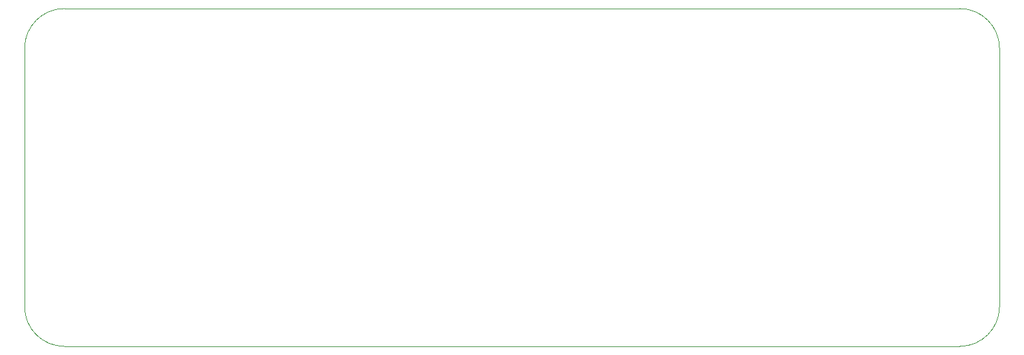
<source format=gbr>
%TF.GenerationSoftware,KiCad,Pcbnew,5.1.6*%
%TF.CreationDate,2020-09-13T19:16:19-07:00*%
%TF.ProjectId,parc,70617263-2e6b-4696-9361-645f70636258,rev?*%
%TF.SameCoordinates,Original*%
%TF.FileFunction,Profile,NP*%
%FSLAX46Y46*%
G04 Gerber Fmt 4.6, Leading zero omitted, Abs format (unit mm)*
G04 Created by KiCad (PCBNEW 5.1.6) date 2020-09-13 19:16:19*
%MOMM*%
%LPD*%
G01*
G04 APERTURE LIST*
%TA.AperFunction,Profile*%
%ADD10C,0.050000*%
%TD*%
G04 APERTURE END LIST*
D10*
X73660000Y-76200000D02*
G75*
G02*
X78740000Y-71120000I5080000J0D01*
G01*
X78740000Y-114300000D02*
G75*
G02*
X73660000Y-109220000I0J5080000D01*
G01*
X78740000Y-114300000D02*
X193040000Y-114300000D01*
X73660000Y-76200000D02*
X73660000Y-109220000D01*
X193040000Y-71120000D02*
X78740000Y-71120000D01*
X198120000Y-109220000D02*
X198120000Y-76200000D01*
X198120000Y-109220000D02*
G75*
G02*
X193040000Y-114300000I-5080000J0D01*
G01*
X193040000Y-71120000D02*
G75*
G02*
X198120000Y-76200000I0J-5080000D01*
G01*
M02*

</source>
